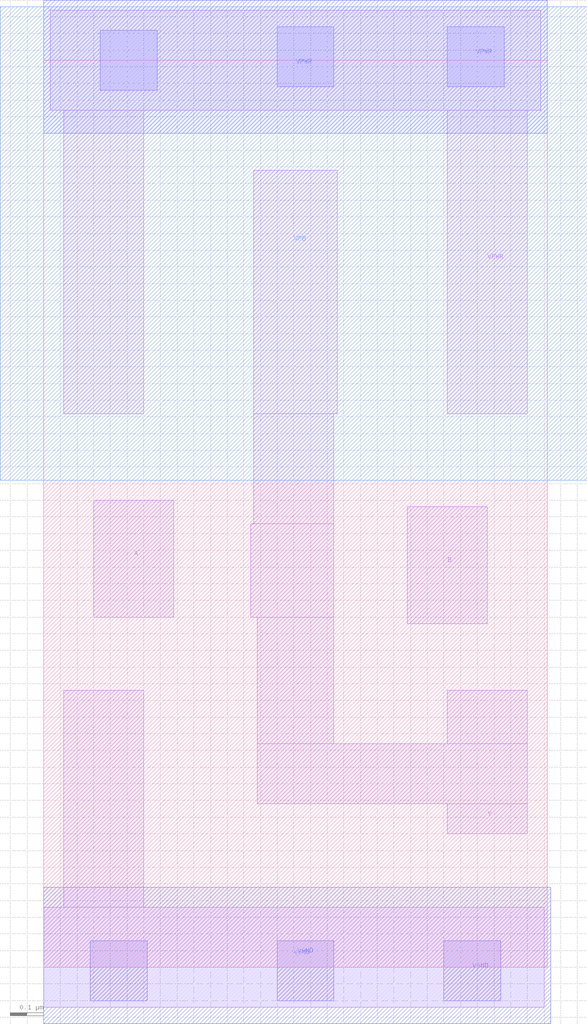
<source format=lef>
VERSION 5.7 ;
  NOWIREEXTENSIONATPIN ON ;
  DIVIDERCHAR "/" ;
  BUSBITCHARS "[]" ;
MACRO sky130_vsdnand2_1x
  CLASS CORE ;
  FOREIGN sky130_vsdnand2_1x ;
  ORIGIN 0.000 0.000 ;
  SIZE 1.510 BY 2.720 ;
  SYMMETRY X Y R90 ;
  SITE unithd ;
  PIN VGND
    DIRECTION INOUT ;
    USE GROUND ;
    PORT
      LAYER li1 ;
        RECT 0.060 0.180 0.300 0.830 ;
        RECT 0.000 -0.120 1.500 0.180 ;
      LAYER mcon ;
        RECT 0.140 -0.100 0.310 0.080 ;
        RECT 0.700 -0.100 0.870 0.080 ;
        RECT 1.200 -0.100 1.370 0.080 ;
      LAYER met1 ;
        RECT 0.000 -0.170 1.520 0.240 ;
    END
  END VGND
  PIN VPWR
    DIRECTION INOUT ;
    USE POWER ;
    PORT
      LAYER li1 ;
        RECT 0.020 2.570 1.490 2.870 ;
        RECT 0.060 1.660 0.300 2.570 ;
        RECT 1.210 1.660 1.450 2.570 ;
      LAYER mcon ;
        RECT 0.170 2.630 0.340 2.810 ;
        RECT 0.700 2.640 0.870 2.820 ;
        RECT 1.210 2.640 1.380 2.820 ;
      LAYER met1 ;
        RECT 0.000 2.500 1.510 2.900 ;
    END
  END VPWR
  PIN VPB
    DIRECTION INOUT ;
    USE POWER ;
    PORT
      LAYER nwell ;
        RECT -0.130 1.460 1.630 2.880 ;
    END
  END VPB
  PIN Y
    DIRECTION OUTPUT ;
    USE SIGNAL ;
    ANTENNADIFFAREA 0.477900 ;
    PORT
      LAYER li1 ;
        RECT 0.630 1.660 0.880 2.390 ;
        RECT 0.630 1.330 0.870 1.660 ;
        RECT 0.620 1.050 0.870 1.330 ;
        RECT 0.640 0.670 0.870 1.050 ;
        RECT 1.210 0.670 1.450 0.830 ;
        RECT 0.640 0.490 1.450 0.670 ;
        RECT 1.210 0.400 1.450 0.490 ;
    END
  END Y
  PIN A
    ANTENNAGATEAREA 0.169500 ;
    PORT
      LAYER li1 ;
        RECT 0.150 1.050 0.390 1.400 ;
    END
  END A
  PIN B
    ANTENNAGATEAREA 0.169500 ;
    PORT
      LAYER li1 ;
        RECT 1.090 1.030 1.330 1.380 ;
    END
  END B
END sky130_vsdnand2_1x
END LIBRARY


</source>
